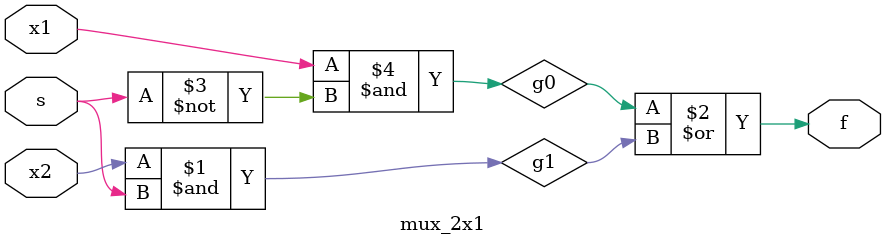
<source format=v>
`timescale 1ns / 1ps


module mux_2x1( input x1,x2,s,
    output f
    );
    
     and a1(g1,x2,s);
    or  o0(f,g0,g1);
    and a0(g0,x1,~s);
  
endmodule

</source>
